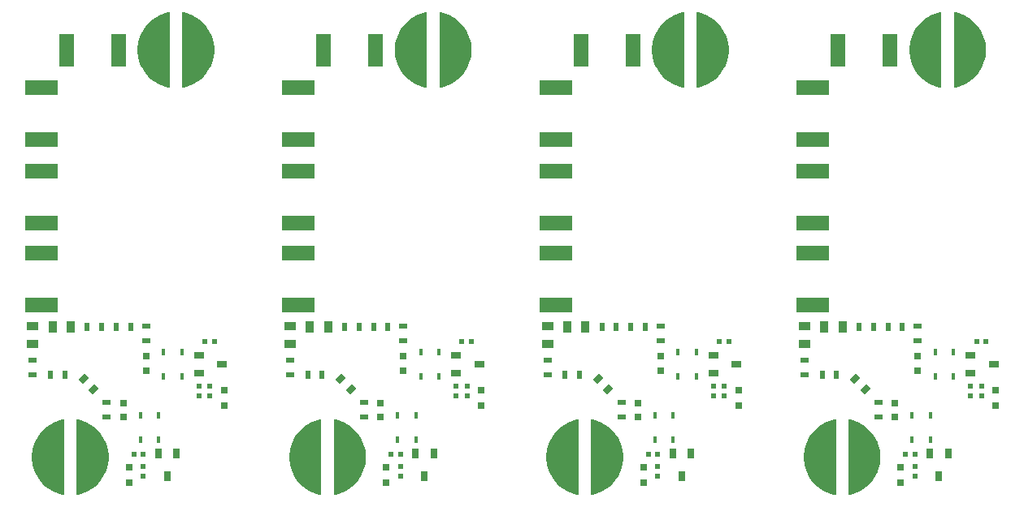
<source format=gtp>
G04*
G04 #@! TF.GenerationSoftware,Altium Limited,Altium Designer,20.1.14 (287)*
G04*
G04 Layer_Color=8421504*
%FSAX25Y25*%
%MOIN*%
G70*
G04*
G04 #@! TF.SameCoordinates,1876172F-CBA1-4FB9-98D7-45F53F2F45AF*
G04*
G04*
G04 #@! TF.FilePolarity,Positive*
G04*
G01*
G75*
%ADD11R,0.06299X0.13780*%
%ADD12R,0.13780X0.06299*%
%ADD13R,0.02362X0.03543*%
%ADD14R,0.03543X0.02362*%
%ADD15R,0.03150X0.03150*%
G04:AMPARAMS|DCode=16|XSize=23.62mil|YSize=35.43mil|CornerRadius=0mil|HoleSize=0mil|Usage=FLASHONLY|Rotation=135.000|XOffset=0mil|YOffset=0mil|HoleType=Round|Shape=Rectangle|*
%AMROTATEDRECTD16*
4,1,4,0.02088,0.00418,-0.00418,-0.02088,-0.02088,-0.00418,0.00418,0.02088,0.02088,0.00418,0.0*
%
%ADD16ROTATEDRECTD16*%

%ADD17R,0.01772X0.02756*%
%ADD18R,0.01968X0.02362*%
%ADD19R,0.03937X0.03150*%
%ADD20R,0.02362X0.01968*%
%ADD21R,0.03150X0.03937*%
%ADD22R,0.03543X0.05118*%
%ADD23R,0.05118X0.03543*%
G36*
X0755178Y0595150D02*
X0756955Y0594638D01*
X0758660Y0593922D01*
X0760270Y0593011D01*
X0761762Y0591918D01*
X0763115Y0590658D01*
X0764312Y0589248D01*
X0765335Y0587708D01*
X0766171Y0586058D01*
X0766809Y0584322D01*
X0767239Y0582523D01*
X0767455Y0580687D01*
Y0579762D01*
X0767455Y0578837D01*
X0767239Y0577001D01*
X0766809Y0575202D01*
X0766171Y0573466D01*
X0765335Y0571816D01*
X0764312Y0570276D01*
X0763115Y0568866D01*
X0761762Y0567606D01*
X0760270Y0566513D01*
X0758661Y0565602D01*
X0756955Y0564886D01*
X0755178Y0564373D01*
X0754266Y0564223D01*
X0754266Y0564223D01*
Y0595301D01*
X0755178Y0595150D01*
D02*
G37*
G36*
X0649665D02*
X0651442Y0594638D01*
X0653147Y0593922D01*
X0654756Y0593011D01*
X0656248Y0591918D01*
X0657602Y0590658D01*
X0658799Y0589248D01*
X0659822Y0587708D01*
X0660658Y0586058D01*
X0661296Y0584322D01*
X0661726Y0582523D01*
X0661942Y0580687D01*
Y0579762D01*
X0661942Y0578837D01*
X0661726Y0577001D01*
X0661296Y0575202D01*
X0660658Y0573466D01*
X0659822Y0571816D01*
X0658799Y0570276D01*
X0657602Y0568866D01*
X0656248Y0567606D01*
X0654757Y0566513D01*
X0653147Y0565602D01*
X0651442Y0564886D01*
X0649665Y0564373D01*
X0648753Y0564223D01*
X0648753Y0564223D01*
Y0595301D01*
X0649665Y0595150D01*
D02*
G37*
G36*
X0544152D02*
X0545929Y0594638D01*
X0547634Y0593922D01*
X0549243Y0593011D01*
X0550735Y0591918D01*
X0552088Y0590658D01*
X0553285Y0589248D01*
X0554309Y0587708D01*
X0555145Y0586058D01*
X0555782Y0584322D01*
X0556212Y0582523D01*
X0556429Y0580687D01*
Y0579762D01*
X0556429Y0578837D01*
X0556212Y0577001D01*
X0555782Y0575202D01*
X0555145Y0573466D01*
X0554309Y0571816D01*
X0553285Y0570276D01*
X0552089Y0568866D01*
X0550735Y0567606D01*
X0549243Y0566513D01*
X0547634Y0565602D01*
X0545929Y0564886D01*
X0544152Y0564373D01*
X0543240Y0564223D01*
X0543240Y0564223D01*
Y0595301D01*
X0544152Y0595150D01*
D02*
G37*
G36*
X0438639D02*
X0440416Y0594638D01*
X0442121Y0593922D01*
X0443730Y0593011D01*
X0445222Y0591918D01*
X0446575Y0590658D01*
X0447772Y0589248D01*
X0448796Y0587708D01*
X0449632Y0586058D01*
X0450269Y0584322D01*
X0450699Y0582523D01*
X0450915Y0580687D01*
Y0579762D01*
X0450915Y0578837D01*
X0450699Y0577001D01*
X0450269Y0575202D01*
X0449632Y0573466D01*
X0448796Y0571816D01*
X0447772Y0570276D01*
X0446575Y0568866D01*
X0445222Y0567606D01*
X0443730Y0566513D01*
X0442121Y0565602D01*
X0440416Y0564886D01*
X0438639Y0564373D01*
X0437726Y0564223D01*
X0437726Y0564223D01*
Y0595301D01*
X0438639Y0595150D01*
D02*
G37*
G36*
X0749148Y0564223D02*
X0748236Y0564373D01*
X0746458Y0564885D01*
X0744754Y0565602D01*
X0743144Y0566513D01*
X0741652Y0567606D01*
X0740299Y0568866D01*
X0739102Y0570276D01*
X0738079Y0571816D01*
X0737243Y0573466D01*
X0736605Y0575202D01*
X0736175Y0577001D01*
X0735959Y0578837D01*
Y0579762D01*
Y0579762D01*
X0735959Y0580687D01*
X0736175Y0582523D01*
X0736605Y0584322D01*
X0737243Y0586058D01*
X0738079Y0587707D01*
X0739102Y0589248D01*
X0740299Y0590658D01*
X0741652Y0591918D01*
X0743144Y0593011D01*
X0744754Y0593922D01*
X0746458Y0594638D01*
X0748236Y0595150D01*
X0749148Y0595301D01*
X0749148Y0595301D01*
X0749148Y0564223D01*
D02*
G37*
G36*
X0643635D02*
X0642722Y0564373D01*
X0640945Y0564885D01*
X0639240Y0565602D01*
X0637631Y0566513D01*
X0636139Y0567606D01*
X0634786Y0568866D01*
X0633589Y0570276D01*
X0632566Y0571816D01*
X0631729Y0573466D01*
X0631092Y0575202D01*
X0630662Y0577001D01*
X0630446Y0578837D01*
Y0579762D01*
Y0579762D01*
X0630446Y0580687D01*
X0630662Y0582523D01*
X0631092Y0584322D01*
X0631729Y0586058D01*
X0632566Y0587707D01*
X0633589Y0589248D01*
X0634786Y0590658D01*
X0636139Y0591918D01*
X0637631Y0593011D01*
X0639240Y0593922D01*
X0640945Y0594638D01*
X0642722Y0595150D01*
X0643635Y0595301D01*
X0643635Y0595301D01*
X0643635Y0564223D01*
D02*
G37*
G36*
X0538122D02*
X0537209Y0564373D01*
X0535432Y0564885D01*
X0533727Y0565602D01*
X0532118Y0566513D01*
X0530626Y0567606D01*
X0529273Y0568866D01*
X0528076Y0570276D01*
X0527052Y0571816D01*
X0526216Y0573466D01*
X0525579Y0575202D01*
X0525149Y0577001D01*
X0524932Y0578837D01*
Y0579762D01*
Y0579762D01*
X0524932Y0580687D01*
X0525149Y0582523D01*
X0525579Y0584322D01*
X0526216Y0586058D01*
X0527052Y0587707D01*
X0528076Y0589248D01*
X0529273Y0590658D01*
X0530626Y0591918D01*
X0532118Y0593011D01*
X0533727Y0593922D01*
X0535432Y0594638D01*
X0537209Y0595150D01*
X0538122Y0595301D01*
X0538122Y0595301D01*
X0538122Y0564223D01*
D02*
G37*
G36*
X0432608D02*
X0431696Y0564373D01*
X0429919Y0564885D01*
X0428214Y0565602D01*
X0426605Y0566513D01*
X0425113Y0567606D01*
X0423759Y0568866D01*
X0422563Y0570276D01*
X0421539Y0571816D01*
X0420703Y0573466D01*
X0420065Y0575202D01*
X0419636Y0577001D01*
X0419419Y0578837D01*
Y0579762D01*
Y0579762D01*
X0419419Y0580687D01*
X0419636Y0582523D01*
X0420065Y0584322D01*
X0420703Y0586058D01*
X0421539Y0587707D01*
X0422563Y0589248D01*
X0423759Y0590658D01*
X0425113Y0591918D01*
X0426605Y0593011D01*
X0428214Y0593922D01*
X0429919Y0594638D01*
X0431696Y0595150D01*
X0432608Y0595301D01*
X0432608Y0595301D01*
X0432608Y0564223D01*
D02*
G37*
G36*
X0711871Y0427867D02*
X0713648Y0427355D01*
X0715353Y0426639D01*
X0716963Y0425728D01*
X0718454Y0424634D01*
X0719808Y0423374D01*
X0721004Y0421964D01*
X0722028Y0420424D01*
X0722864Y0418775D01*
X0723502Y0417038D01*
X0723932Y0415240D01*
X0724148Y0413403D01*
Y0412479D01*
X0724148Y0411554D01*
X0723932Y0409717D01*
X0723502Y0407919D01*
X0722864Y0406182D01*
X0722028Y0404533D01*
X0721005Y0402993D01*
X0719808Y0401583D01*
X0718454Y0400323D01*
X0716963Y0399230D01*
X0715353Y0398318D01*
X0713648Y0397602D01*
X0711871Y0397090D01*
X0710959Y0396940D01*
X0710959Y0396940D01*
Y0428017D01*
X0711871Y0427867D01*
D02*
G37*
G36*
X0606358D02*
X0608135Y0427355D01*
X0609840Y0426639D01*
X0611449Y0425728D01*
X0612941Y0424634D01*
X0614295Y0423374D01*
X0615491Y0421964D01*
X0616515Y0420424D01*
X0617351Y0418775D01*
X0617988Y0417038D01*
X0618418Y0415240D01*
X0618635Y0413403D01*
Y0412479D01*
X0618635Y0411554D01*
X0618418Y0409717D01*
X0617988Y0407919D01*
X0617351Y0406182D01*
X0616515Y0404533D01*
X0615491Y0402993D01*
X0614295Y0401583D01*
X0612941Y0400323D01*
X0611449Y0399230D01*
X0609840Y0398318D01*
X0608135Y0397602D01*
X0606358Y0397090D01*
X0605446Y0396940D01*
X0605446Y0396940D01*
Y0428017D01*
X0606358Y0427867D01*
D02*
G37*
G36*
X0500845D02*
X0502622Y0427355D01*
X0504327Y0426639D01*
X0505936Y0425728D01*
X0507428Y0424634D01*
X0508781Y0423374D01*
X0509978Y0421964D01*
X0511002Y0420424D01*
X0511838Y0418775D01*
X0512475Y0417038D01*
X0512905Y0415240D01*
X0513122Y0413403D01*
Y0412479D01*
X0513122Y0411554D01*
X0512905Y0409717D01*
X0512475Y0407919D01*
X0511838Y0406182D01*
X0511002Y0404533D01*
X0509978Y0402993D01*
X0508781Y0401583D01*
X0507428Y0400323D01*
X0505936Y0399230D01*
X0504327Y0398318D01*
X0502622Y0397602D01*
X0500845Y0397090D01*
X0499932Y0396940D01*
X0499932Y0396940D01*
Y0428017D01*
X0500845Y0427867D01*
D02*
G37*
G36*
X0395332D02*
X0397109Y0427355D01*
X0398814Y0426639D01*
X0400423Y0425728D01*
X0401915Y0424634D01*
X0403268Y0423374D01*
X0404465Y0421964D01*
X0405488Y0420424D01*
X0406325Y0418775D01*
X0406962Y0417038D01*
X0407392Y0415240D01*
X0407608Y0413403D01*
Y0412479D01*
X0407608Y0411554D01*
X0407392Y0409717D01*
X0406962Y0407919D01*
X0406325Y0406182D01*
X0405488Y0404533D01*
X0404465Y0402993D01*
X0403268Y0401583D01*
X0401915Y0400323D01*
X0400423Y0399230D01*
X0398814Y0398318D01*
X0397109Y0397602D01*
X0395332Y0397090D01*
X0394419Y0396940D01*
X0394419Y0396940D01*
Y0428017D01*
X0395332Y0427867D01*
D02*
G37*
G36*
X0705841Y0396940D02*
X0704928Y0397090D01*
X0703151Y0397602D01*
X0701446Y0398318D01*
X0699837Y0399229D01*
X0698345Y0400322D01*
X0696992Y0401583D01*
X0695795Y0402993D01*
X0694772Y0404533D01*
X0693935Y0406182D01*
X0693298Y0407918D01*
X0692868Y0409717D01*
X0692652Y0411554D01*
Y0412478D01*
Y0412478D01*
X0692652Y0413403D01*
X0692868Y0415240D01*
X0693298Y0417038D01*
X0693935Y0418774D01*
X0694772Y0420424D01*
X0695795Y0421964D01*
X0696992Y0423374D01*
X0698345Y0424634D01*
X0699837Y0425727D01*
X0701446Y0426638D01*
X0703151Y0427355D01*
X0704928Y0427867D01*
X0705841Y0428017D01*
X0705841Y0428017D01*
X0705841Y0396940D01*
D02*
G37*
G36*
X0600328D02*
X0599415Y0397090D01*
X0597638Y0397602D01*
X0595933Y0398318D01*
X0594324Y0399229D01*
X0592832Y0400322D01*
X0591479Y0401583D01*
X0590282Y0402993D01*
X0589258Y0404533D01*
X0588422Y0406182D01*
X0587785Y0407918D01*
X0587355Y0409717D01*
X0587139Y0411554D01*
Y0412478D01*
Y0412478D01*
X0587139Y0413403D01*
X0587355Y0415240D01*
X0587785Y0417038D01*
X0588422Y0418774D01*
X0589258Y0420424D01*
X0590282Y0421964D01*
X0591479Y0423374D01*
X0592832Y0424634D01*
X0594324Y0425727D01*
X0595933Y0426638D01*
X0597638Y0427355D01*
X0599415Y0427867D01*
X0600328Y0428017D01*
X0600328Y0428017D01*
X0600328Y0396940D01*
D02*
G37*
G36*
X0494814D02*
X0493902Y0397090D01*
X0492125Y0397602D01*
X0490420Y0398318D01*
X0488811Y0399229D01*
X0487319Y0400322D01*
X0485965Y0401583D01*
X0484769Y0402993D01*
X0483745Y0404533D01*
X0482909Y0406182D01*
X0482272Y0407918D01*
X0481842Y0409717D01*
X0481625Y0411554D01*
Y0412478D01*
Y0412478D01*
X0481625Y0413403D01*
X0481842Y0415240D01*
X0482272Y0417038D01*
X0482909Y0418774D01*
X0483745Y0420424D01*
X0484769Y0421964D01*
X0485965Y0423374D01*
X0487319Y0424634D01*
X0488811Y0425727D01*
X0490420Y0426638D01*
X0492125Y0427355D01*
X0493902Y0427867D01*
X0494814Y0428017D01*
X0494814Y0428017D01*
X0494814Y0396940D01*
D02*
G37*
G36*
X0389301D02*
X0388389Y0397090D01*
X0386612Y0397602D01*
X0384907Y0398318D01*
X0383297Y0399229D01*
X0381806Y0400322D01*
X0380452Y0401583D01*
X0379256Y0402993D01*
X0378232Y0404533D01*
X0377396Y0406182D01*
X0376758Y0407918D01*
X0376328Y0409717D01*
X0376112Y0411554D01*
Y0412478D01*
Y0412478D01*
X0376112Y0413403D01*
X0376328Y0415240D01*
X0376758Y0417038D01*
X0377396Y0418774D01*
X0378232Y0420424D01*
X0379256Y0421964D01*
X0380452Y0423374D01*
X0381806Y0424634D01*
X0383297Y0425727D01*
X0384907Y0426638D01*
X0386612Y0427355D01*
X0388389Y0427867D01*
X0389301Y0428017D01*
X0389301Y0428017D01*
X0389301Y0396940D01*
D02*
G37*
D11*
X0411545Y0579801D02*
D03*
X0390285D02*
D03*
X0517058D02*
D03*
X0495799D02*
D03*
X0622572D02*
D03*
X0601312D02*
D03*
X0728085D02*
D03*
X0706825D02*
D03*
D12*
X0379899Y0564211D02*
D03*
Y0542951D02*
D03*
Y0530037D02*
D03*
Y0508778D02*
D03*
Y0496258D02*
D03*
Y0474998D02*
D03*
X0485412Y0564211D02*
D03*
Y0542951D02*
D03*
Y0530037D02*
D03*
Y0508778D02*
D03*
Y0496258D02*
D03*
Y0474998D02*
D03*
X0590926Y0564211D02*
D03*
Y0542951D02*
D03*
Y0530037D02*
D03*
Y0508778D02*
D03*
Y0496258D02*
D03*
Y0474998D02*
D03*
X0696439Y0564211D02*
D03*
Y0542951D02*
D03*
Y0530037D02*
D03*
Y0508778D02*
D03*
Y0496258D02*
D03*
Y0474998D02*
D03*
D13*
X0389577Y0446337D02*
D03*
X0383671D02*
D03*
X0404734Y0466022D02*
D03*
X0398829D02*
D03*
X0416624D02*
D03*
X0410718D02*
D03*
X0495090Y0446337D02*
D03*
X0489185D02*
D03*
X0510247Y0466022D02*
D03*
X0504342D02*
D03*
X0522137D02*
D03*
X0516232D02*
D03*
X0600603Y0446337D02*
D03*
X0594698D02*
D03*
X0615761Y0466022D02*
D03*
X0609855D02*
D03*
X0627650D02*
D03*
X0621745D02*
D03*
X0706116Y0446337D02*
D03*
X0700211D02*
D03*
X0721274Y0466022D02*
D03*
X0715368D02*
D03*
X0733164D02*
D03*
X0727258D02*
D03*
D14*
X0376506Y0446258D02*
D03*
Y0452164D02*
D03*
X0422963Y0460313D02*
D03*
Y0466219D02*
D03*
X0406821Y0429014D02*
D03*
Y0434919D02*
D03*
X0482019Y0446258D02*
D03*
Y0452164D02*
D03*
X0528476Y0460313D02*
D03*
Y0466219D02*
D03*
X0512334Y0429014D02*
D03*
Y0434919D02*
D03*
X0587532Y0446258D02*
D03*
Y0452164D02*
D03*
X0633989Y0460313D02*
D03*
Y0466219D02*
D03*
X0617847Y0429014D02*
D03*
Y0434919D02*
D03*
X0693046Y0446258D02*
D03*
Y0452164D02*
D03*
X0739502Y0460313D02*
D03*
Y0466219D02*
D03*
X0723360Y0429014D02*
D03*
Y0434919D02*
D03*
D15*
X0422963Y0454014D02*
D03*
Y0448108D02*
D03*
X0413514Y0428817D02*
D03*
Y0434723D02*
D03*
X0454852Y0433738D02*
D03*
Y0440037D02*
D03*
X0415876Y0401849D02*
D03*
Y0408148D02*
D03*
X0528476Y0454014D02*
D03*
Y0448108D02*
D03*
X0519027Y0428817D02*
D03*
Y0434723D02*
D03*
X0560365Y0433738D02*
D03*
Y0440037D02*
D03*
X0521389Y0401849D02*
D03*
Y0408148D02*
D03*
X0633989Y0454014D02*
D03*
Y0448108D02*
D03*
X0624540Y0428817D02*
D03*
Y0434723D02*
D03*
X0665879Y0433738D02*
D03*
Y0440037D02*
D03*
X0626902Y0401849D02*
D03*
Y0408148D02*
D03*
X0739502Y0454014D02*
D03*
Y0448108D02*
D03*
X0730053Y0428817D02*
D03*
Y0434723D02*
D03*
X0771392Y0433738D02*
D03*
Y0440037D02*
D03*
X0732416Y0401849D02*
D03*
Y0408148D02*
D03*
D16*
X0401428Y0440312D02*
D03*
X0397253Y0444488D02*
D03*
X0506942Y0440312D02*
D03*
X0502766Y0444488D02*
D03*
X0612455Y0440312D02*
D03*
X0608279Y0444488D02*
D03*
X0717968Y0440312D02*
D03*
X0713792Y0444488D02*
D03*
D17*
X0437530Y0445746D02*
D03*
Y0455589D02*
D03*
X0430049Y0445746D02*
D03*
Y0455589D02*
D03*
X0428081Y0419762D02*
D03*
Y0429604D02*
D03*
X0420600D02*
D03*
Y0419762D02*
D03*
X0543043Y0445746D02*
D03*
Y0455589D02*
D03*
X0535562Y0445746D02*
D03*
Y0455589D02*
D03*
X0533594Y0419762D02*
D03*
Y0429604D02*
D03*
X0526114D02*
D03*
Y0419762D02*
D03*
X0648556Y0445746D02*
D03*
Y0455589D02*
D03*
X0641076Y0445746D02*
D03*
Y0455589D02*
D03*
X0639107Y0419762D02*
D03*
Y0429604D02*
D03*
X0631627D02*
D03*
Y0419762D02*
D03*
X0754069Y0445746D02*
D03*
Y0455589D02*
D03*
X0746589Y0445746D02*
D03*
Y0455589D02*
D03*
X0744620Y0419762D02*
D03*
Y0429604D02*
D03*
X0737140D02*
D03*
Y0419762D02*
D03*
D18*
X0450915Y0460116D02*
D03*
X0446978D02*
D03*
X0421781Y0413659D02*
D03*
X0417844D02*
D03*
X0556428Y0460116D02*
D03*
X0552492D02*
D03*
X0527295Y0413659D02*
D03*
X0523358D02*
D03*
X0661942Y0460116D02*
D03*
X0658005D02*
D03*
X0632808Y0413659D02*
D03*
X0628871D02*
D03*
X0767455Y0460116D02*
D03*
X0763518D02*
D03*
X0738321Y0413659D02*
D03*
X0734384D02*
D03*
D19*
X0444616Y0454408D02*
D03*
Y0446927D02*
D03*
X0454065Y0450667D02*
D03*
X0550129Y0454408D02*
D03*
Y0446927D02*
D03*
X0559578Y0450667D02*
D03*
X0655643Y0454408D02*
D03*
Y0446927D02*
D03*
X0665091Y0450667D02*
D03*
X0761156Y0454408D02*
D03*
Y0446927D02*
D03*
X0770605Y0450667D02*
D03*
D20*
X0444616Y0441612D02*
D03*
Y0437675D02*
D03*
X0449059Y0441577D02*
D03*
Y0437640D02*
D03*
X0421781Y0408541D02*
D03*
Y0404604D02*
D03*
X0550129Y0441612D02*
D03*
Y0437675D02*
D03*
X0554573Y0441577D02*
D03*
Y0437640D02*
D03*
X0527295Y0408541D02*
D03*
Y0404604D02*
D03*
X0655643Y0441612D02*
D03*
Y0437675D02*
D03*
X0660086Y0441577D02*
D03*
Y0437640D02*
D03*
X0632808Y0408541D02*
D03*
Y0404604D02*
D03*
X0761156Y0441612D02*
D03*
Y0437675D02*
D03*
X0765599Y0441577D02*
D03*
Y0437640D02*
D03*
X0738321Y0408541D02*
D03*
Y0404604D02*
D03*
D21*
X0435364Y0414053D02*
D03*
X0427884D02*
D03*
X0431624Y0404604D02*
D03*
X0540877Y0414053D02*
D03*
X0533397D02*
D03*
X0537137Y0404604D02*
D03*
X0646391Y0414053D02*
D03*
X0638910D02*
D03*
X0642650Y0404604D02*
D03*
X0751904Y0414053D02*
D03*
X0744423D02*
D03*
X0748164Y0404604D02*
D03*
D22*
X0392057Y0466022D02*
D03*
X0384577D02*
D03*
X0497570D02*
D03*
X0490090D02*
D03*
X0603084D02*
D03*
X0595603D02*
D03*
X0708597D02*
D03*
X0701116D02*
D03*
D23*
X0376506Y0458817D02*
D03*
Y0466297D02*
D03*
X0482019Y0458817D02*
D03*
Y0466297D02*
D03*
X0587532Y0458817D02*
D03*
Y0466297D02*
D03*
X0693046Y0458817D02*
D03*
Y0466297D02*
D03*
M02*

</source>
